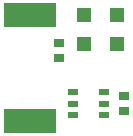
<source format=gbp>
G04*
G04 #@! TF.GenerationSoftware,Altium Limited,CircuitStudio,1.5.2 (30)*
G04*
G04 Layer_Color=16770453*
%FSLAX25Y25*%
%MOIN*%
G70*
G01*
G75*
%ADD15R,0.03543X0.02756*%
%ADD16R,0.04724X0.04724*%
%ADD17R,0.17716X0.07874*%
%ADD18R,0.03543X0.02362*%
D15*
X415354Y425787D02*
D03*
Y420669D02*
D03*
X437008Y402953D02*
D03*
Y408071D02*
D03*
D16*
X423622Y435039D02*
D03*
X434646D02*
D03*
Y425197D02*
D03*
X423622D02*
D03*
D17*
X405512Y434941D02*
D03*
Y399705D02*
D03*
D18*
X430315Y401772D02*
D03*
X420079Y409252D02*
D03*
Y405512D02*
D03*
Y401772D02*
D03*
X430315Y409252D02*
D03*
Y405512D02*
D03*
M02*

</source>
